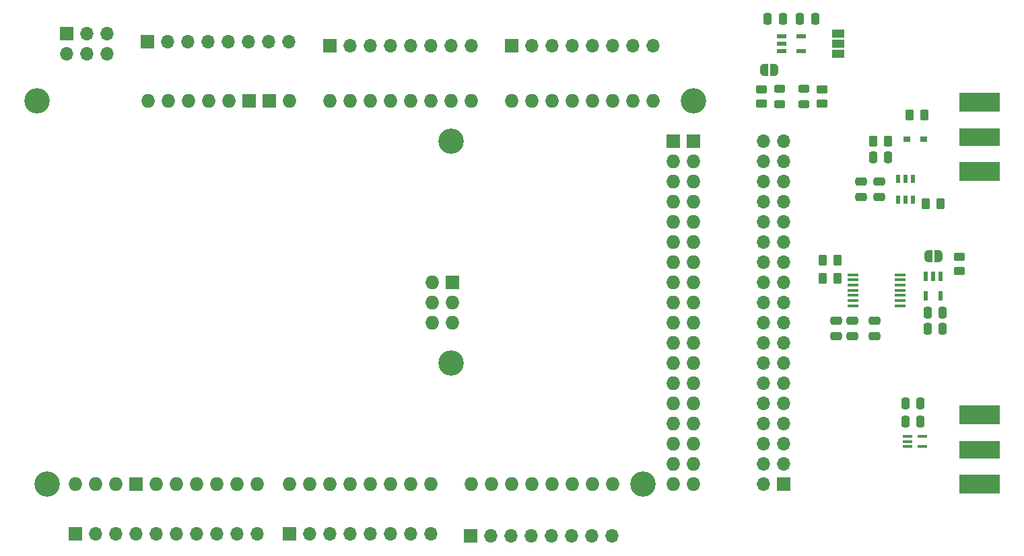
<source format=gts>
%TF.GenerationSoftware,KiCad,Pcbnew,(6.0.10)*%
%TF.CreationDate,2025-05-12T09:08:36+02:00*%
%TF.ProjectId,Progetto Lidar,50726f67-6574-4746-9f20-4c696461722e,rev?*%
%TF.SameCoordinates,Original*%
%TF.FileFunction,Soldermask,Top*%
%TF.FilePolarity,Negative*%
%FSLAX46Y46*%
G04 Gerber Fmt 4.6, Leading zero omitted, Abs format (unit mm)*
G04 Created by KiCad (PCBNEW (6.0.10)) date 2025-05-12 09:08:36*
%MOMM*%
%LPD*%
G01*
G04 APERTURE LIST*
G04 Aperture macros list*
%AMRoundRect*
0 Rectangle with rounded corners*
0 $1 Rounding radius*
0 $2 $3 $4 $5 $6 $7 $8 $9 X,Y pos of 4 corners*
0 Add a 4 corners polygon primitive as box body*
4,1,4,$2,$3,$4,$5,$6,$7,$8,$9,$2,$3,0*
0 Add four circle primitives for the rounded corners*
1,1,$1+$1,$2,$3*
1,1,$1+$1,$4,$5*
1,1,$1+$1,$6,$7*
1,1,$1+$1,$8,$9*
0 Add four rect primitives between the rounded corners*
20,1,$1+$1,$2,$3,$4,$5,0*
20,1,$1+$1,$4,$5,$6,$7,0*
20,1,$1+$1,$6,$7,$8,$9,0*
20,1,$1+$1,$8,$9,$2,$3,0*%
%AMFreePoly0*
4,1,22,0.500000,-0.750000,0.000000,-0.750000,0.000000,-0.745033,-0.079941,-0.743568,-0.215256,-0.701293,-0.333266,-0.622738,-0.424486,-0.514219,-0.481581,-0.384460,-0.499164,-0.250000,-0.500000,-0.250000,-0.500000,0.250000,-0.499164,0.250000,-0.499963,0.256109,-0.478152,0.396186,-0.417904,0.524511,-0.324060,0.630769,-0.204165,0.706417,-0.067858,0.745374,0.000000,0.744959,0.000000,0.750000,
0.500000,0.750000,0.500000,-0.750000,0.500000,-0.750000,$1*%
%AMFreePoly1*
4,1,20,0.000000,0.744959,0.073905,0.744508,0.209726,0.703889,0.328688,0.626782,0.421226,0.519385,0.479903,0.390333,0.500000,0.250000,0.500000,-0.250000,0.499851,-0.262216,0.476331,-0.402017,0.414519,-0.529596,0.319384,-0.634700,0.198574,-0.708877,0.061801,-0.746166,0.000000,-0.745033,0.000000,-0.750000,-0.500000,-0.750000,-0.500000,0.750000,0.000000,0.750000,0.000000,0.744959,
0.000000,0.744959,$1*%
G04 Aperture macros list end*
%ADD10RoundRect,0.250000X-0.250000X-0.475000X0.250000X-0.475000X0.250000X0.475000X-0.250000X0.475000X0*%
%ADD11R,5.080000X2.290000*%
%ADD12R,5.080000X2.420000*%
%ADD13R,0.550000X1.050000*%
%ADD14RoundRect,0.250000X-0.262500X-0.450000X0.262500X-0.450000X0.262500X0.450000X-0.262500X0.450000X0*%
%ADD15R,1.700000X1.700000*%
%ADD16O,1.700000X1.700000*%
%ADD17R,1.200000X0.400000*%
%ADD18R,1.200000X0.600000*%
%ADD19R,1.500000X1.000000*%
%ADD20RoundRect,0.250000X0.250000X0.475000X-0.250000X0.475000X-0.250000X-0.475000X0.250000X-0.475000X0*%
%ADD21R,0.900000X0.800000*%
%ADD22RoundRect,0.250000X-0.450000X0.262500X-0.450000X-0.262500X0.450000X-0.262500X0.450000X0.262500X0*%
%ADD23RoundRect,0.243750X0.456250X-0.243750X0.456250X0.243750X-0.456250X0.243750X-0.456250X-0.243750X0*%
%ADD24R,1.475000X0.450000*%
%ADD25FreePoly0,0.000000*%
%ADD26FreePoly1,0.000000*%
%ADD27R,0.600000X1.200000*%
%ADD28RoundRect,0.250000X0.262500X0.450000X-0.262500X0.450000X-0.262500X-0.450000X0.262500X-0.450000X0*%
%ADD29RoundRect,0.250000X-0.475000X0.250000X-0.475000X-0.250000X0.475000X-0.250000X0.475000X0.250000X0*%
%ADD30FreePoly0,180.000000*%
%ADD31FreePoly1,180.000000*%
%ADD32RoundRect,0.250000X0.475000X-0.250000X0.475000X0.250000X-0.475000X0.250000X-0.475000X-0.250000X0*%
%ADD33RoundRect,0.250000X0.450000X-0.262500X0.450000X0.262500X-0.450000X0.262500X-0.450000X-0.262500X0*%
%ADD34C,3.200000*%
%ADD35O,1.727200X1.727200*%
%ADD36R,1.727200X1.727200*%
G04 APERTURE END LIST*
D10*
%TO.C,C12*%
X200472000Y-90932000D03*
X202372000Y-90932000D03*
%TD*%
D11*
%TO.C,J2*%
X206952000Y-68834000D03*
D12*
X206952000Y-73214000D03*
X206952000Y-64454000D03*
%TD*%
D13*
%TO.C,IC_4*%
X198628000Y-74138000D03*
X197678000Y-74138000D03*
X196728000Y-74138000D03*
X196728000Y-76738000D03*
X197678000Y-76738000D03*
X198628000Y-76738000D03*
%TD*%
D14*
%TO.C,R9*%
X187301500Y-86614000D03*
X189126500Y-86614000D03*
%TD*%
D15*
%TO.C,J10*%
X148154065Y-57372981D03*
D16*
X150694065Y-57372981D03*
X153234065Y-57372981D03*
X155774065Y-57372981D03*
X158314065Y-57372981D03*
X160854065Y-57372981D03*
X163394065Y-57372981D03*
X165934065Y-57372981D03*
%TD*%
D17*
%TO.C,IC_3*%
X197932000Y-106538000D03*
X197932000Y-107188000D03*
X197932000Y-107838000D03*
X199832000Y-107838000D03*
X199832000Y-106538000D03*
%TD*%
D18*
%TO.C,IC_5*%
X182084000Y-56146000D03*
X182084000Y-57096000D03*
X182084000Y-58046000D03*
X184584000Y-58046000D03*
X184584000Y-56146000D03*
%TD*%
D19*
%TO.C,JP2*%
X189176000Y-55796000D03*
X189176000Y-57096000D03*
X189176000Y-58396000D03*
%TD*%
D11*
%TO.C,J1*%
X206952000Y-108204000D03*
D12*
X206952000Y-112584000D03*
X206952000Y-103824000D03*
%TD*%
D20*
%TO.C,C5*%
X199578000Y-102362000D03*
X197678000Y-102362000D03*
%TD*%
D15*
%TO.C,J8*%
X92217000Y-55860000D03*
D16*
X92217000Y-58400000D03*
X94757000Y-55860000D03*
X94757000Y-58400000D03*
X97297000Y-55860000D03*
X97297000Y-58400000D03*
%TD*%
D21*
%TO.C,D3*%
X197832000Y-69088000D03*
X199932000Y-69088000D03*
%TD*%
D15*
%TO.C,J7*%
X102377000Y-56871000D03*
D16*
X104917000Y-56871000D03*
X107457000Y-56871000D03*
X109997000Y-56871000D03*
X112537000Y-56871000D03*
X115077000Y-56871000D03*
X117617000Y-56871000D03*
X120157000Y-56871000D03*
%TD*%
D20*
%TO.C,C10*%
X195514000Y-71374000D03*
X193614000Y-71374000D03*
%TD*%
D22*
%TO.C,R3*%
X187198000Y-62841500D03*
X187198000Y-64666500D03*
%TD*%
D23*
%TO.C,D2*%
X184912000Y-64691500D03*
X184912000Y-62816500D03*
%TD*%
D24*
%TO.C,IC_1*%
X196994000Y-90088000D03*
X196994000Y-89438000D03*
X196994000Y-88788000D03*
X196994000Y-88138000D03*
X196994000Y-87488000D03*
X196994000Y-86838000D03*
X196994000Y-86188000D03*
X191118000Y-86188000D03*
X191118000Y-86838000D03*
X191118000Y-87488000D03*
X191118000Y-88138000D03*
X191118000Y-88788000D03*
X191118000Y-89438000D03*
X191118000Y-90088000D03*
%TD*%
D25*
%TO.C,JP3*%
X200518000Y-83820000D03*
D26*
X201818000Y-83820000D03*
%TD*%
D20*
%TO.C,C2*%
X186296000Y-53982000D03*
X184396000Y-53982000D03*
%TD*%
D15*
%TO.C,J5*%
X120217335Y-118864561D03*
D16*
X122757335Y-118864561D03*
X125297335Y-118864561D03*
X127837335Y-118864561D03*
X130377335Y-118864561D03*
X132917335Y-118864561D03*
X135457335Y-118864561D03*
X137997335Y-118864561D03*
%TD*%
D27*
%TO.C,IC_2*%
X202118000Y-86380000D03*
X201168000Y-86380000D03*
X200218000Y-86380000D03*
X200218000Y-88880000D03*
X202118000Y-88880000D03*
%TD*%
D28*
%TO.C,R5*%
X195476500Y-69342000D03*
X193651500Y-69342000D03*
%TD*%
D29*
%TO.C,C11*%
X188976000Y-92014000D03*
X188976000Y-93914000D03*
%TD*%
D30*
%TO.C,JP1*%
X181190000Y-60398000D03*
D31*
X179890000Y-60398000D03*
%TD*%
D10*
%TO.C,C7*%
X200472000Y-92964000D03*
X202372000Y-92964000D03*
%TD*%
%TO.C,C1*%
X180332000Y-53982000D03*
X182232000Y-53982000D03*
%TD*%
D28*
%TO.C,R10*%
X202080500Y-77216000D03*
X200255500Y-77216000D03*
%TD*%
D29*
%TO.C,C4*%
X193802000Y-92014000D03*
X193802000Y-93914000D03*
%TD*%
D23*
%TO.C,D1*%
X181864000Y-64691500D03*
X181864000Y-62816500D03*
%TD*%
D32*
%TO.C,C6*%
X192090000Y-76388000D03*
X192090000Y-74488000D03*
%TD*%
D15*
%TO.C,J9*%
X125311958Y-57372981D03*
D16*
X127851958Y-57372981D03*
X130391958Y-57372981D03*
X132931958Y-57372981D03*
X135471958Y-57372981D03*
X138011958Y-57372981D03*
X140551958Y-57372981D03*
X143091958Y-57372981D03*
%TD*%
D20*
%TO.C,C8*%
X199578000Y-104648000D03*
X197678000Y-104648000D03*
%TD*%
D15*
%TO.C,J6*%
X143017000Y-119101000D03*
D16*
X145557000Y-119101000D03*
X148097000Y-119101000D03*
X150637000Y-119101000D03*
X153177000Y-119101000D03*
X155717000Y-119101000D03*
X158257000Y-119101000D03*
X160797000Y-119101000D03*
%TD*%
D32*
%TO.C,C9*%
X194376000Y-76388000D03*
X194376000Y-74488000D03*
%TD*%
D28*
%TO.C,R4*%
X200048500Y-66040000D03*
X198223500Y-66040000D03*
%TD*%
D15*
%TO.C,J4*%
X93248000Y-118847000D03*
D16*
X95788000Y-118847000D03*
X98328000Y-118847000D03*
X100868000Y-118847000D03*
X103408000Y-118847000D03*
X105948000Y-118847000D03*
X108488000Y-118847000D03*
X111028000Y-118847000D03*
X113568000Y-118847000D03*
X116108000Y-118847000D03*
%TD*%
D33*
%TO.C,R1*%
X204470000Y-85748500D03*
X204470000Y-83923500D03*
%TD*%
D29*
%TO.C,C3*%
X191008000Y-92014000D03*
X191008000Y-93914000D03*
%TD*%
D28*
%TO.C,R6*%
X189126500Y-84328000D03*
X187301500Y-84328000D03*
%TD*%
D22*
%TO.C,R2*%
X179578000Y-62841500D03*
X179578000Y-64666500D03*
%TD*%
D15*
%TO.C,J3*%
X182372000Y-112522000D03*
D16*
X179832000Y-112522000D03*
X182372000Y-109982000D03*
X179832000Y-109982000D03*
X182372000Y-107442000D03*
X179832000Y-107442000D03*
X182372000Y-104902000D03*
X179832000Y-104902000D03*
X182372000Y-102362000D03*
X179832000Y-102362000D03*
X182372000Y-99822000D03*
X179832000Y-99822000D03*
X182372000Y-97282000D03*
X179832000Y-97282000D03*
X182372000Y-94742000D03*
X179832000Y-94742000D03*
X182372000Y-92202000D03*
X179832000Y-92202000D03*
X182372000Y-89662000D03*
X179832000Y-89662000D03*
X182372000Y-87122000D03*
X179832000Y-87122000D03*
X182372000Y-84582000D03*
X179832000Y-84582000D03*
X182372000Y-82042000D03*
X179832000Y-82042000D03*
X182372000Y-79502000D03*
X179832000Y-79502000D03*
X182372000Y-76962000D03*
X179832000Y-76962000D03*
X182372000Y-74422000D03*
X179832000Y-74422000D03*
X182372000Y-71882000D03*
X179832000Y-71882000D03*
X182372000Y-69342000D03*
X179832000Y-69342000D03*
%TD*%
D34*
%TO.C,IC_0*%
X140540000Y-69342000D03*
X171020000Y-64262000D03*
X88470000Y-64262000D03*
X140540000Y-97282000D03*
X89740000Y-112522000D03*
D35*
X102440000Y-64262000D03*
D34*
X164670000Y-112522000D03*
D35*
X110060000Y-64262000D03*
X112600000Y-64262000D03*
X140667000Y-92202000D03*
X168480000Y-112522000D03*
X171020000Y-112522000D03*
X125300000Y-64262000D03*
X127840000Y-64262000D03*
X130380000Y-64262000D03*
X132920000Y-64262000D03*
X135460000Y-64262000D03*
X138000000Y-64262000D03*
X140540000Y-64262000D03*
X143080000Y-64262000D03*
X148160000Y-64262000D03*
X150700000Y-64262000D03*
X153240000Y-64262000D03*
X155780000Y-64262000D03*
X98376000Y-112522000D03*
X163400000Y-64262000D03*
X165940000Y-64262000D03*
X138000000Y-112522000D03*
X135460000Y-112522000D03*
X132920000Y-112522000D03*
X130380000Y-112522000D03*
X127840000Y-112522000D03*
X125300000Y-112522000D03*
X122760000Y-112522000D03*
X120220000Y-112522000D03*
X116156000Y-112522000D03*
X113616000Y-112522000D03*
X111076000Y-112522000D03*
X108536000Y-112522000D03*
X105996000Y-112522000D03*
X103456000Y-112522000D03*
X143080000Y-112522000D03*
X145620000Y-112522000D03*
X148160000Y-112522000D03*
X150700000Y-112522000D03*
X153240000Y-112522000D03*
X155780000Y-112522000D03*
X158320000Y-112522000D03*
X160860000Y-112522000D03*
X168480000Y-109982000D03*
X171020000Y-109982000D03*
X168480000Y-107442000D03*
X171020000Y-107442000D03*
X168480000Y-104902000D03*
X171020000Y-104902000D03*
X168480000Y-102362000D03*
X171020000Y-102362000D03*
X168480000Y-99822000D03*
X171020000Y-99822000D03*
X168480000Y-97282000D03*
X171020000Y-97282000D03*
X168480000Y-94742000D03*
X171020000Y-94742000D03*
X168480000Y-92202000D03*
X171020000Y-92202000D03*
X168480000Y-89662000D03*
X171020000Y-89662000D03*
X168480000Y-87122000D03*
X171020000Y-87122000D03*
X168480000Y-84582000D03*
X171020000Y-84582000D03*
X168480000Y-82042000D03*
X171020000Y-82042000D03*
X168480000Y-79502000D03*
X171020000Y-79502000D03*
X168480000Y-76962000D03*
X171020000Y-76962000D03*
X168480000Y-74422000D03*
X171020000Y-74422000D03*
X168480000Y-71882000D03*
X171020000Y-71882000D03*
X158320000Y-64262000D03*
X160860000Y-64262000D03*
D36*
X100916000Y-112522000D03*
X115140000Y-64262000D03*
X117680000Y-64262000D03*
X140667000Y-87122000D03*
X168480000Y-69342000D03*
X171020000Y-69342000D03*
D35*
X104980000Y-64262000D03*
X138127000Y-92202000D03*
X140667000Y-89662000D03*
X107520000Y-64262000D03*
X138127000Y-87122000D03*
X138127000Y-89662000D03*
X93296000Y-112522000D03*
X95836000Y-112522000D03*
X120220000Y-64262000D03*
%TD*%
M02*

</source>
